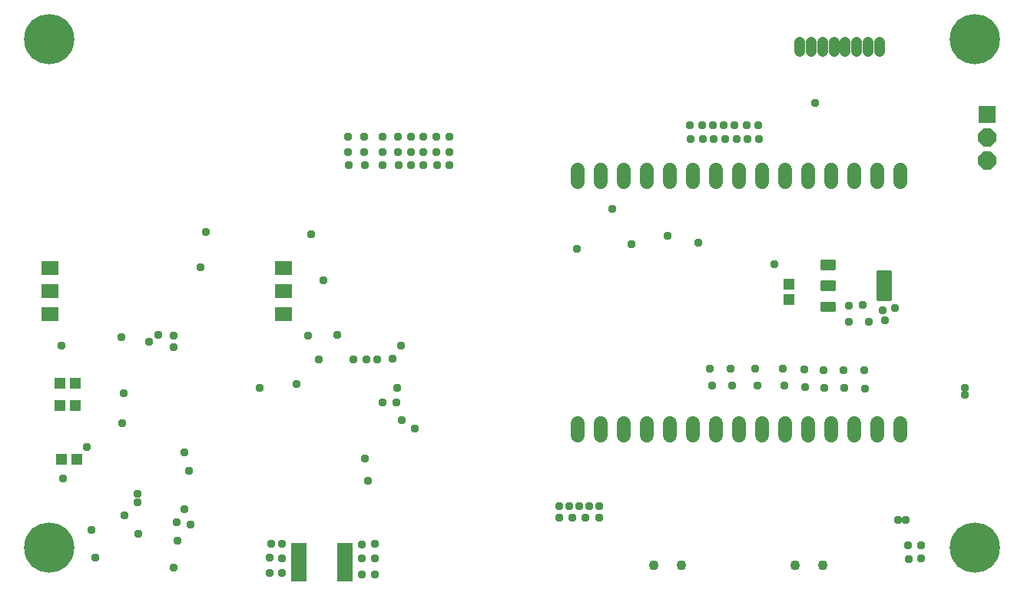
<source format=gbr>
G04 EAGLE Gerber RS-274X export*
G75*
%MOMM*%
%FSLAX34Y34*%
%LPD*%
%INSoldermask Bottom*%
%IPPOS*%
%AMOC8*
5,1,8,0,0,1.08239X$1,22.5*%
G01*
%ADD10C,1.211200*%
%ADD11R,1.981200X1.981200*%
%ADD12P,2.144431X8X22.500000*%
%ADD13C,1.524000*%
%ADD14C,0.397150*%
%ADD15C,0.413300*%
%ADD16R,1.203200X1.303200*%
%ADD17C,5.537200*%
%ADD18C,1.103200*%
%ADD19R,1.903200X1.503200*%
%ADD20R,1.727200X4.267200*%
%ADD21C,0.959600*%


D10*
X954650Y586460D02*
X954650Y596540D01*
X942150Y596540D02*
X942150Y586460D01*
X929650Y586460D02*
X929650Y596540D01*
X917150Y596540D02*
X917150Y586460D01*
X904650Y586460D02*
X904650Y596540D01*
X892150Y596540D02*
X892150Y586460D01*
X879650Y586460D02*
X879650Y596540D01*
X867150Y596540D02*
X867150Y586460D01*
D11*
X1073000Y516900D03*
D12*
X1073000Y491500D03*
X1073000Y466100D03*
D13*
X977800Y456004D02*
X977800Y442796D01*
X952400Y442796D02*
X952400Y456004D01*
X927000Y456004D02*
X927000Y442796D01*
X901600Y442796D02*
X901600Y456004D01*
X876200Y456004D02*
X876200Y442796D01*
X850800Y442796D02*
X850800Y456004D01*
X825400Y456004D02*
X825400Y442796D01*
X800000Y442796D02*
X800000Y456004D01*
X774600Y456004D02*
X774600Y442796D01*
X749200Y442796D02*
X749200Y456004D01*
X723800Y456004D02*
X723800Y442796D01*
X698400Y442796D02*
X698400Y456004D01*
X673000Y456004D02*
X673000Y442796D01*
X647600Y442796D02*
X647600Y456004D01*
X622200Y456004D02*
X622200Y442796D01*
X977800Y176604D02*
X977800Y163396D01*
X952400Y163396D02*
X952400Y176604D01*
X927000Y176604D02*
X927000Y163396D01*
X901600Y163396D02*
X901600Y176604D01*
X876200Y176604D02*
X876200Y163396D01*
X850800Y163396D02*
X850800Y176604D01*
X825400Y176604D02*
X825400Y163396D01*
X800000Y163396D02*
X800000Y176604D01*
X774600Y176604D02*
X774600Y163396D01*
X749200Y163396D02*
X749200Y176604D01*
X723800Y176604D02*
X723800Y163396D01*
X698400Y163396D02*
X698400Y176604D01*
X673000Y176604D02*
X673000Y163396D01*
X647600Y163396D02*
X647600Y176604D01*
X622200Y176604D02*
X622200Y163396D01*
D14*
X891770Y302170D02*
X891770Y309230D01*
X904330Y309230D01*
X904330Y302170D01*
X891770Y302170D01*
X891770Y305943D02*
X904330Y305943D01*
X891770Y325170D02*
X891770Y332230D01*
X904330Y332230D01*
X904330Y325170D01*
X891770Y325170D01*
X891770Y328943D02*
X904330Y328943D01*
X891770Y348170D02*
X891770Y355230D01*
X904330Y355230D01*
X904330Y348170D01*
X891770Y348170D01*
X891770Y351943D02*
X904330Y351943D01*
D15*
X953350Y343400D02*
X953350Y314000D01*
X953350Y343400D02*
X965750Y343400D01*
X965750Y314000D01*
X953350Y314000D01*
X953350Y317926D02*
X965750Y317926D01*
X965750Y321852D02*
X953350Y321852D01*
X953350Y325778D02*
X965750Y325778D01*
X965750Y329704D02*
X953350Y329704D01*
X953350Y333630D02*
X965750Y333630D01*
X965750Y337556D02*
X953350Y337556D01*
X953350Y341482D02*
X965750Y341482D01*
D16*
X855200Y329800D03*
X855200Y312800D03*
D17*
X1060000Y40000D03*
X1060000Y600000D03*
X40000Y600000D03*
X40000Y40000D03*
D18*
X862000Y20000D03*
X892000Y20000D03*
X706000Y20000D03*
X736000Y20000D03*
D16*
X53500Y137000D03*
X70500Y137000D03*
X51500Y196000D03*
X68500Y196000D03*
D19*
X297500Y296850D03*
X297500Y322250D03*
X297500Y347650D03*
X40500Y296850D03*
X40500Y322250D03*
X40500Y347650D03*
D20*
X314600Y23320D03*
X365400Y23320D03*
D16*
X51500Y221000D03*
X68500Y221000D03*
D21*
X86000Y59000D03*
X90000Y29000D03*
X181000Y47000D03*
X384000Y10000D03*
X384000Y28000D03*
X384000Y43000D03*
X283000Y12000D03*
X284000Y44000D03*
X399000Y10000D03*
X768000Y237000D03*
X791000Y237000D03*
X818000Y237000D03*
X848000Y237000D03*
X872000Y236000D03*
X893000Y235000D03*
X915000Y235000D03*
X938000Y235000D03*
X939000Y215000D03*
X916000Y216000D03*
X894000Y216000D03*
X873000Y217000D03*
X850000Y218000D03*
X820000Y218000D03*
X792000Y218000D03*
X770000Y218000D03*
X921000Y306000D03*
X936000Y307000D03*
X958000Y301000D03*
X972000Y304000D03*
X921000Y289000D03*
X943000Y289000D03*
X961000Y290000D03*
X375000Y247000D03*
X389000Y247000D03*
X401000Y247000D03*
X443000Y171000D03*
X428000Y180000D03*
X422000Y200000D03*
X423000Y216000D03*
X407000Y200000D03*
X1001000Y42000D03*
X986000Y42000D03*
X987000Y27000D03*
X1001000Y28000D03*
X602000Y85000D03*
X613000Y85000D03*
X624000Y85000D03*
X635000Y85000D03*
X646000Y85000D03*
X602000Y73000D03*
X616000Y73000D03*
X631000Y73000D03*
X646000Y73000D03*
X369000Y493000D03*
X387000Y493000D03*
X407000Y493000D03*
X424000Y493000D03*
X438000Y493000D03*
X452000Y493000D03*
X466000Y493000D03*
X481000Y493000D03*
X369000Y476000D03*
X387000Y476000D03*
X407000Y476000D03*
X424000Y476000D03*
X438000Y476000D03*
X452000Y476000D03*
X466000Y476000D03*
X481000Y476000D03*
X370000Y461000D03*
X388000Y461000D03*
X407000Y461000D03*
X425000Y461000D03*
X438000Y461000D03*
X452000Y461000D03*
X467000Y461000D03*
X481000Y461000D03*
X177000Y273000D03*
X177000Y261000D03*
X746000Y505000D03*
X759000Y505000D03*
X771000Y505000D03*
X783000Y505000D03*
X795000Y505000D03*
X808000Y505000D03*
X821000Y505000D03*
X747000Y490000D03*
X760000Y490000D03*
X772000Y490000D03*
X785000Y490000D03*
X797000Y490000D03*
X809000Y490000D03*
X822000Y490000D03*
X283000Y29000D03*
X296000Y44000D03*
X296000Y28000D03*
X296000Y12000D03*
X399000Y44000D03*
X399000Y28000D03*
X212000Y388000D03*
X206000Y349000D03*
X328000Y385000D03*
X621000Y369000D03*
X119000Y272000D03*
X53000Y262000D03*
X839000Y352000D03*
X681000Y374000D03*
X160000Y274000D03*
X150000Y267000D03*
X137000Y90000D03*
X137000Y99000D03*
X1049000Y208000D03*
X1049000Y216000D03*
X975000Y70000D03*
X984000Y70000D03*
X884000Y530000D03*
X660000Y413000D03*
X272000Y216000D03*
X388000Y138000D03*
X194000Y124000D03*
X391000Y113000D03*
X138000Y55000D03*
X189000Y82000D03*
X357000Y274000D03*
X418000Y248000D03*
X312000Y220000D03*
X325000Y273000D03*
X342000Y334000D03*
X337000Y247000D03*
X427000Y262000D03*
X81000Y151000D03*
X120000Y177000D03*
X55000Y116000D03*
X123000Y75000D03*
X177000Y18000D03*
X755000Y376000D03*
X721000Y383000D03*
X195000Y65000D03*
X180000Y68000D03*
X189000Y145000D03*
X122000Y210000D03*
M02*

</source>
